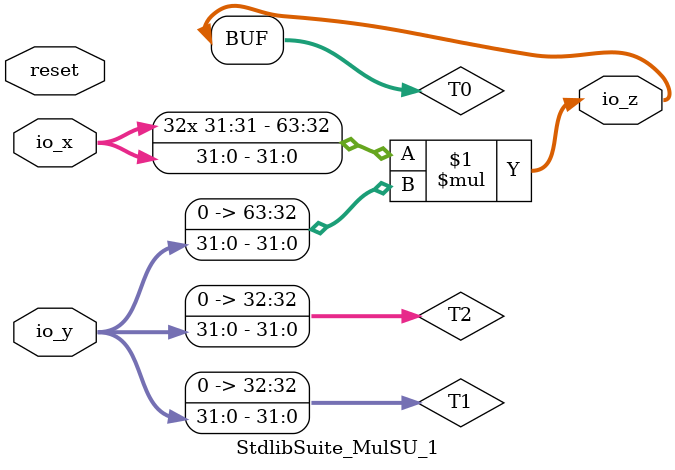
<source format=v>
module StdlibSuite_MulSU_1(input reset,
    input [31:0] io_x,
    input [31:0] io_y,
    output[63:0] io_z
);

  wire[63:0] T0;
  wire[32:0] T1;
  wire[32:0] T2;


  assign io_z = T0;
  assign T0 = $signed(io_x) * $signed(T1);
  assign T1 = T2;
  assign T2 = {1'h0, io_y};
endmodule


</source>
